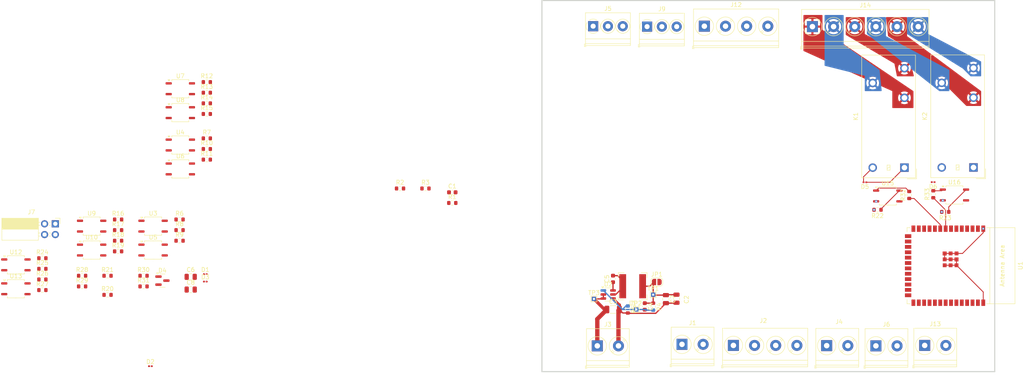
<source format=kicad_pcb>
(kicad_pcb (version 20241229) (generator "pcbnew") (generator_version "9.0")
  (layers (0 "F.Cu" signal) (4 "In1.Cu" power) (6 "In2.Cu" mixed) (2 "B.Cu" signal) (13 "F.Paste" user) (15 "B.Paste" user) (5 "F.SilkS" user "F.Silkscreen") (7 "B.SilkS" user "B.Silkscreen") (1 "F.Mask" user) (3 "B.Mask" user) (25 "Edge.Cuts" user))
  (net 0 "")
  (net 1 "GND")
  (net 2 "Net-(U1-EN)")
  (net 3 "Net-(U2-FB)")
  (net 4 "Net-(U2-BST)")
  (net 5 "/Board_ZorionX/PowerSuply/Vout")
  (net 6 "/Board_ZorionX/PowerSuply/SW")
  (net 7 "/Board_ZorionX/NPN_in_1")
  (net 8 "/Board_ZorionX/NPN_IN_2")
  (net 9 "/Board_ZorionX/A010_IN1")
  (net 10 "/Board_ZorionX/PowerSuply/30v")
  (net 11 "/A420_in1")
  (net 12 "VCC")
  (net 13 "/Board_ZorionX/D_IN1")
  (net 14 "/Board_ZorionX/D_IN_2")
  (net 15 "/Board_ZorionX/RS485-B")
  (net 16 "/Board_ZorionX/RS485-A")
  (net 17 "/Board_ZorionX/RUN{slash}Stop")
  (net 18 "/Board_ZorionX/AOUT_010_1")
  (net 19 "/AOUT_420_1")
  (net 20 "/Board_ZorionX/DOUT_PNP_1")
  (net 21 "Net-(R23-Pad1)")
  (net 22 "/Board_ZorionX/DOUT_PNP_2")
  (net 23 "Net-(R32-Pad2)")
  (net 24 "/Board_ZorionX/PNP_IN_2")
  (net 25 "/Board_ZorionX/PNP_in_1")
  (net 26 "/Board_ZorionX/RLY1_CD")
  (net 27 "/Board_ZorionX/RLY2_NCD")
  (net 28 "/Board_ZorionX/RLY1_NOD")
  (net 29 "/Board_ZorionX/RLY2_NOD")
  (net 30 "/Board_ZorionX/RLY2_CD")
  (net 31 "/Board_ZorionX/RLY1_NCD")
  (net 32 "+3.3V")
  (net 33 "RLY_EN_1")
  (net 34 "RLY_EN_2")
  (net 35 "Net-(R33-Pad2)")
  (net 36 "/Board_ZorionX/AIN_420")
  (net 38 "Net-(R24-Pad1)")
  (net 41 "/Board_ZorionX/Digitales_in/Out_digital_1")
  (net 43 "Net-(R26-Pad1)")
  (net 46 "/Board_ZorionX/Digitales_in/Out_digital_2")
  (net 47 "/Board_ZorionX/AOUT_420")
  (net 49 "Net-(R2-Pad1)")
  (net 51 "/Board_ZorionX/Driver_RS485/UART_OUT")
  (net 53 "Net-(R6-Pad2)")
  (net 54 "Net-(R8-Pad1)")
  (net 55 "Net-(U11-A)")
  (net 56 "Net-(U11-B)")
  (net 59 "Net-(R16-Pad1)")
  (net 60 "Net-(R17-Pad2)")
  (net 61 "Net-(R18-Pad1)")
  (net 62 "Net-(R19-Pad2)")
  (net 63 "/Board_ZorionX/0-10v_IN/OUT_input_0-10v")
  (net 65 "Net-(R12-Pad1)")
  (net 67 "/Board_ZorionX/Driver_RS485/UART_R_IN")
  (net 69 "Net-(R14-Pad1)")
  (net 70 "Net-(R9-Pad2)")
  (net 71 "Net-(R3-Pad1)")
  (net 73 "/Board_ZorionX/INPUt_PNP/Out_Input_NPN1")
  (net 74 "Net-(R10-Pad1)")
  (net 75 "/Board_ZorionX/INPUt_PNP/Out_Input_PNP2")
  (net 76 "Net-(R22-Pad1)")
  (net 78 "/Board_ZorionX/Output_PNP/IN_output_PNP1")
  (net 82 "/Board_ZorionX/INPUt_PNP/IN_Input_NPN1")
  (net 85 "/Board_ZorionX/Output_PNP/IN_output_PNP2")
  (net 88 "/Board_ZorionX/OUTPUT_NPN/IN_output_NPN1")
  (net 90 "/Board_ZorionX/OUTPUT_NPN/IN_otuput_PNP2")
  (net 94 "/Board_ZorionX/USB_-")
  (net 95 "/Board_ZorionX/OUT_0-10v/SDA_0-10v_out")
  (net 96 "/Board_ZorionX/USB_+")
  (net 97 "/Board_ZorionX/Out_Input_PNP1")
  (net 98 "/Board_ZorionX/OUT_0-10v/SLK_0-10v_out")
  (net 101 "Net-(U14-V5V)")
  (net 102 "Net-(D5-A)")
  (net 103 "Net-(D6-A)")
  (footprint "Resistor_SMD:R_0603_1608Metric" (layer "F.Cu") (at -38.343 102.1508)
    (property "Reference" "R7")
    (property "Value" "R_US")
  )
  (footprint "Package_SO:SOP-4_3.8x4.1mm_P2.54mm" (layer "F.Cu") (at -44.603 96.0708)
    (property "Reference" "U8")
    (property "Value" "TLP3542")
  )
  (footprint "Resistor_SMD:R_0603_1608Metric" (layer "F.Cu") (at 120.1545 119.0283 180)
    (property "Reference" "R22")
    (property "Value" "R_US")
  )
  (footprint "Resistor_SMD:R_0603_1608Metric" (layer "F.Cu") (at -38.343 93.8708)
    (property "Reference" "R14")
    (property "Value" "R_US")
  )
  (footprint "TerminalBlock_Phoenix:TerminalBlock_Phoenix_PT-1,5-2-5.0-H_1x02_P5.00mm_Horizontal" (layer "F.Cu") (at 119.7696 151.1808)
    (property "Reference" "J6")
    (property "Value" "Screw_Terminal_01x02")
  )
  (footprint "TerminalBlock_Phoenix:TerminalBlock_Phoenix_PT-1,5-2-5.0-H_1x02_P5.00mm_Horizontal" (layer "F.Cu") (at 53.9328 151.1808)
    (property "Reference" "J3")
    (property "Value" "Screw_Terminal_01x02")
  )
  (footprint "Resistor_SMD:R_0603_1608Metric" (layer "F.Cu") (at -38.343 91.3608)
    (property "Reference" "R13")
    (property "Value" "R_US")
  )
  (footprint "TerminalBlock_Phoenix:TerminalBlock_Phoenix_PT-1,5-2-5.0-H_1x02_P5.00mm_Horizontal" (layer "F.Cu") (at 131.3012 151.0792)
    (property "Reference" "J13")
    (property "Value" "Screw_Terminal_01x02")
  )
  (footprint "Package_SO:SOP-4_3.8x4.1mm_P2.54mm" (layer "F.Cu") (at -51.043 128.5408)
    (property "Reference" "U5")
    (property "Value" "TLP3542")
  )
  (footprint "Package_SO:SOP-4_3.8x4.1mm_P2.54mm" (layer "F.Cu") (at -65.563 122.8908)
    (property "Reference" "U9")
    (property "Value" "TLP3542")
  )
  (footprint "Package_TO_SOT_SMD:TSOT-23-6" (layer "F.Cu") (at 56.5045 139.0408)
    (property "Reference" "U2")
    (property "Value" "AP63203WU")
  )
  (footprint "TerminalBlock_Phoenix:TerminalBlock_Phoenix_PT-1,5-2-5.0-H_1x02_P5.00mm_Horizontal" (layer "F.Cu") (at 108.1364 151.13)
    (property "Reference" "J4")
    (property "Value" "Screw_Terminal_01x02")
  )
  (footprint "TerminalBlock_Phoenix:TerminalBlock_Phoenix_PT-1,5-3-3.5-H_1x03_P3.50mm_Horizontal" (layer "F.Cu") (at 52.9488 75.6412)
    (property "Reference" "J5")
    (property "Value" "Screw_Terminal_01x03")
  )
  (footprint "Capacitor_SMD:C_0805_2012Metric" (layer "F.Cu") (at -42.153 137.8808)
    (property "Reference" "C8")
    (property "Value" "1uf")
  )
  (footprint "Resistor_SMD:R_0603_1608Metric" (layer "F.Cu") (at -59.303 123.8308)
    (property "Reference" "R17")
    (property "Value" "R_US")
  )
  (footprint "Capacitor_SMD:C_0603_1608Metric" (layer "F.Cu") (at 19.6646 114.8996)
    (property "Reference" "C1")
    (property "Value" "1uf")
  )
  (footprint "Capacitor_SMD:C_0603_1608Metric" (layer "F.Cu") (at 57.642 135.3658 90)
    (property "Reference" "C5")
    (property "Value" "100nf")
  )
  (footprint "Resistor_SMD:R_0603_1608Metric" (layer "F.Cu") (at 127.642 115.5283 90)
    (property "Reference" "R32")
    (property "Value" "R_US")
  )
  (footprint "Resistor_SMD:R_0603_1608Metric" (layer "F.Cu") (at 19.6646 117.4096)
    (property "Reference" "R1")
    (property "Value" "R_US")
  )
  (footprint "Inductor_SMD:L_0201_0603Metric" (layer "F.Cu") (at -38.703 134.2408)
    (property "Reference" "D1")
    (property "Value" "D_Zener")
  )
  (footprint "Package_SO:SOP-4_3.8x4.1mm_P2.54mm" (layer "F.Cu") (at 122.5795 115.7583)
    (property "Reference" "U15")
    (property "Value" "TLP3542")
  )
  (footprint "Inductor_SMD:L_0201_0603Metric" (layer "F.Cu") (at -38.703 135.9908)
    (property "Reference" "D3")
    (property "Value" "D")
  )
  (footprint "Resistor_SMD:R_0603_1608Metric" (layer "F.Cu") (at -44.783 126.3408)
    (property "Reference" "R9")
    (property "Value" "R_US")
  )
  (footprint "Resistor_SMD:R_0603_1608Metric" (layer "F.Cu") (at -61.803 139.1308)
    (property "Reference" "R20")
    (property "Value" "R_US")
  )
  (footprint "Jumper:SolderJumper-2_P1.3mm_Open_RoundedPad1.0x1.5mm" (layer "F.Cu") (at 67.992 136.0908)
    (property "Reference" "JP1")
    (property "Value" "SolderJumper_2_Open")
  )
  (footprint "Connector_PinSocket_2.54mm:PinSocket_2x02_P2.54mm_Horizontal" (layer "F.Cu") (at -74.143 122.3408)
    (property "Reference" "J7")
    (property "Value" "USB_ext")
  )
  (footprint "TestPoint:TestPoint_THTPad_1.0x1.0mm_Drill0.5mm" (layer "F.Cu") (at 63.142 142.5908)
    (property "Reference" "TP2")
    (property "Value" "TestPoint")
  )
  (footprint "Resistor_SMD:R_0603_1608Metric" (layer "F.Cu") (at -53.293 134.6208)
    (property "Reference" "R30")
    (property "Value" "R_US")
  )
  (footprint "Resistor_SMD:R_0603_1608Metric" (layer "F.Cu") (at -59.303 126.3408)
    (property "Reference" "R18")
    (property "Value" "R_US")
  )
  (footprint "Inductor_SMD:L_0201_0603Metric" (layer "F.Cu") (at 117.1745 112.5283 180)
    (property "Reference" "D5")
    (property "Value" "D")
  )
  (footprint "Capacitor_SMD:C_0805_2012Metric" (layer "F.Cu") (at -42.153 134.8708)
    (property "Reference" "C6")
    (property "Value" "0.1uf")
  )
  (footprint "Package_SO:SOP-4_3.8x4.1mm_P2.54mm" (layer "F.Cu") (at -83.463 137.6908)
    (property "Reference" "U13")
    (property "Value" "TLP3542")
  )
  (footprint "Package_SO:SOP-4_3.8x4.1mm_P2.54mm" (layer "F.Cu") (at -44.603 109.3708)
    (property "Reference" "U6")
    (property "Value" "TLP3542")
  )
  (footprint "Resistor_SMD:R_0603_1608Metric" (layer "F.Cu") (at -61.803 134.6208)
    (property "Reference" "R21")
    (property "Value" "R_US")
  )
  (footprint "Resistor_SMD:R_0603_1608Metric" (layer "F.Cu") (at -38.343 88.8508)
    (property "Reference" "R12")
    (property "Value" "R_US")
  )
  (footprint "Resistor_SMD:R_0603_1608Metric" (layer "F.Cu") (at -77.203 138.0008)
    (property "Reference" "R27")
    (property "Value" "R_US")
  )
  (footprint "Resistor_SMD:R_0603_1608Metric" (layer "F.Cu") (at -77.203 132.9808)
    (property "Reference" "R25")
    (property "Value" "R_US")
  )
  (footprint "Inductor_SMD:L_0201_0603Metric" (layer "F.Cu") (at 133.297 112.4908 180)
    (property "Reference" "D6")
    (property "Value" "D")
  )
  (footprint "Resistor_SMD:R_0603_1608Metric" (layer "F.Cu") (at -77.203 135.4908)
    (property "Reference" "R26")
    (property "Value" "R_US")
  )
  (footprint "Package_SO:SOP-4_3.8x4.1mm_P2.54mm" (layer "F.Cu") (at -44.603 103.7208)
    (property "Reference" "U4")
    (property "Value" "TLP3542")
  )
  (footprint "Resistor_SMD:R_0603_1608Metric" (layer "F.Cu") (at 7.317 113.9908)
    (property "Reference" "R2")
    (property "Value" "R_US")
  )
  (footprint "Resistor_SMD:R_0603_1608Metric" (layer "F.Cu") (at 13.327 113.9908)
    (property "Reference" "R3")
    (property "Value" "R_US")
  )
  (footprint "Resistor_SMD:R_0603_1608Metric" (layer "F.Cu") (at -38.343 96.3808)
    (property "Reference" "R15")
    (property "Value" "R_US")
  )
  (footprint "Resistor_SMD:R_0603_1608Metric" (layer "F.Cu") (at -59.303 128.8508)
    (property "Reference" "R19")
    (property "Value" "R_US")
  )
  (footprint "Package_SO:SOP-4_3.8x4.1mm_P2.54mm" (layer "F.Cu") (at -83.463 132.0408)
    (property "Reference" "U12")
    (property "Value" "TLP3542")
  )
  (footprint "Package_SO:SOP-4_3.8x4.1mm_P2.54mm" (layer "F.Cu") (at 138.3295 115.5283)
    (property "Reference" "U16")
    (property "Value" "TLP3542")
  )
  (footprint "Capacitor_SMD:C_0603_1608Metric" (layer "F.Cu") (at 65.142 141.8658 -90)
    (property "Reference" "C4")
    (property "Value" "100nf")
  )
  (footprint "Resistor_SMD:R_0603_1608Metric" (layer "F.Cu") (at -38.343 107.1708)
    (property "Reference" "R11")
    (property "Value" "R_US")
  )
  (footprint "Inductor_SMD:L_Bourns-SRN6028" (layer "F.Cu") (at 62.292 137.0908)
    (property "Reference" "L1")
    (property "Value" "L_Iron")
  )
  (footprint "Package_TO_SOT_SMD:SOT-23" (layer "F.Cu") (at -48.833 135.7658)
    (property "Reference" "D4")
    (property "Value" "SM712_SOT23")
  )
  (footprint "Resistor_SMD:R_0603_1608Metric" (layer "F.Cu") (at 133.3295 115.3533 90)
    (property "Reference" "R33")
    (property "Value" "R_US")
  )
  (footprint "TerminalBlock_Phoenix:TerminalBlock_Phoenix_PT-1,5-3-3.5-H_1x03_P3.50mm_Horizontal" (layer "F.Cu") (at 65.6944 75.7428)
    (property "Reference" "J9")
    (property "Value" "Screw_Terminal_01x03")
  )
  (footprint "Capacitor_SMD:C_0805_2012Metric" (layer "F.Cu") (at 70.142 140.1408 -90)
    (property "Reference" "C7")
    (property "Value" "22uf")
  )
  (footprint "TerminalBlock_Phoenix:TerminalBlock_Phoenix_PT-1,5-4-5.0-H_1x04_P5.00mm_Horizontal" (layer "F.Cu") (at 79.2312 75.6412)
    (property "Reference" "J12")
    (property "Value" "Screw_Terminal_01x04")
  )
  (footprint "TerminalBlock_Phoenix:TerminalBlock_Phoenix_PT-1,5-4-5.0-H_1x04_P5.00mm_Horizontal" (layer "F.Cu") (at 86.0968 151.0792)
    (property "Reference" "J2")
    (property "Value" "Screw_Terminal_01x04")
  )
  (footprint "TerminalBlock_Phoenix:TerminalBlock_Phoenix_PT-1,5-2-5.0-H_1x02_P5.00mm_Horizontal" (layer "F.Cu") (at 73.948 150.8252)
    (property "Reference" "J1")
    (property "Value" "Screw_Terminal_01x02")
  )
  (footprint "Resistor_SMD:R_0603_1608Metric" (layer "F.Cu") (at -53.293 137.1308)
    (property "Reference" "R31")
    (property "Value" "R_US")
  )
  (footprint "Relay_THT:Relay_SPDT_Omron_G2RL-1" (layer "F.Cu") (at 126.517 109.0658 180)
    (property "Reference" "K1")
    (property "Value" "G2RL-1")
  )
  (footprint "Resistor_SMD:R_0603_1608Metric" (layer "F.Cu") (at -67.813 134.6208)
    (property "Reference" "R28")
    (property "Value" "R_US")
  )
  (footprint "Resistor_SMD:R_0603_1608Metric" (layer "F.Cu") (at -59.303 121.3208)
    (property "Reference" "R16")
    (property "Value" "R_US")
  )
  (footprint "TestPoint:TestPoint_THTPad_1.0x1.0mm_Drill0.5mm" (layer "F.Cu") (at 53.142 140.0908)
    (property "Reference" "TP3")
    (property "Value" "TestPoint")
  )
  (footprint "Resistor_SMD:R_0603_1608Metric" (layer "F.Cu") (at -44.783 121.3208)
    (property "Reference" "R6")
    (property "Value" "R_US")
  )
  (footprint "Resistor_SMD:R_0603_1608Metric" (layer "F.Cu") (at -77.203 130.4708)
    (property "Reference" "R24")
    (property "Value" "R_US")
  )
  (footprint "Resistor_SMD:R_0603_1608Metric" (layer "F.Cu") (at -67.813 137.1308)
    (property "Reference" "R29")
    (property "Value" "R_US")
  )
  (footprint "Relay_THT:Relay_SPDT_Omron_G2RL-1" (layer "F.Cu") (at 142.8295 109.0283 180)
    (property "Reference" "K2")
    (property "Value" "G2RL-1")
  )
  (footprint "Capacitor_SMD:C_0805_2012Metric" (layer "F.Cu") (at 72.642 140.0408 -90)
    (property "Reference" "C2")
    (property "Value" "22uf")
  )
  (footprint "Inductor_SMD:L_0201_0603Metric" (layer "F.Cu") (at -51.678 155.9908)
    (property "Reference" "D2")
    (property "Value" "D")
  )
  (footprint "Resistor_SMD:R_0603_1608Metric" (layer "F.Cu") (at 61.142 142.5908 -90)
    (property "Reference" "R5")
    (property "Value" "R_US")
  )
  (footprint "Resistor_SMD:R_0603_1608Metric" (layer "F.Cu") (at 136.1545 119.5283 180)
    (property "Reference" "R23")
    (property "Value" "R_US")
  )
  (footprint "PCM_Espressif:ESP32-S3-WROOM-1" (layer "F.Cu") (at 136.882 132.2408 -90)
    (property "Reference" "U1")
    (property "Value" "ESP32-S3-WROOM-1")
  )
  (footprint "Resistor_SMD:R_0603_1608Metric" (layer "F.Cu") (at -44.783 123.8308)
    (property "Reference" "R8")
    (property "Value" "R_US")
  )
  (footprint "TestPoint:TestPoint_THTPad_1.0x1.0mm_Drill0.5mm" (layer "F.Cu") (at 67.142 139.0908)
    (property "Reference" "TP1")
    (property "Value" "TestPoint")
  )
  (footprint "Capacitor_SMD:C_1206_3216Metric" (layer "F.Cu") (at 57.667 142.5908)
    (property "Reference" "C3")
    (property "Value" "10mf")
  )
  (footprint "Resistor_SMD:R_0603_1608Metric" (layer "F.Cu") (at -38.343 104.6608)
    (property "Reference" "R10")
    (property "Value" "R_US")
  )
  (footprint "Package_SO:SOP-4_3.8x4.1mm_P2.54mm" (layer "F.Cu") (at -51.043 122.8908)
    (property "Reference" "U3")
    (property "Value" "TLP3542")
  )
  (footprint "TerminalBlock_Phoenix:TerminalBlock_Phoenix_PT-1,5-6-5.0-H_1x06_P5.00mm_Horizontal" (layer "F.Cu") (at 104.7696 75.7428)
    (property "Reference" "J14")
    (property "Value" "Screw_Terminal_01x06")
  )
  (footprint "Resistor_SMD:R_0603_1608Metric" (layer "F.Cu") (at 67.142 141.9158 -90)
    (property "Reference" "R4")
    (property "Value" "R_US")
  )
  (footprint "Package_SO:SOP-4_3.8x4.1mm_P2.54mm" (layer "F.Cu") (at -44.603 90.4208)
    (property "Reference" "U7")
    (property "Value" "TLP3542")
  )
  (footprint "Package_SO:SOP-4_3.8x4.1mm_P2.54mm" (layer "F.Cu") (at -65.563 128.5408)
    (property "Reference" "U10")
    (property "Value" "TLP3542")
  )
  (gr_line (start 40.848 69.5768) (end 40.848 157.2768) (stroke (width 0.25)) (layer "Edge.Cuts"))
  (gr_line (start 147.848 69.5768) (end 40.848 69.5768) (stroke (width 0.25)) (layer "Edge.Cuts"))
  (gr_line (start 147.848 157.2768) (end 147.848 69.5768) (stroke (width 0.25)) (layer "Edge.Cuts"))
  (gr_line (start 40.848 157.2768) (end 147.848 157.2768) (stroke (width 0.25)) (layer "Edge.Cuts"))
  (segment (start 136.022 129.3408) (end 136.022 130.7408) (width 0.2) (layer "F.Cu") (net 1))
  (segment (start 138.822 132.1408) (end 145.142 138.4608) (width 0.2) (layer "F.Cu") (net 1))
  (segment (start 70.142 141.0908) (end 72.542 141.0908) (width 0.3048) (layer "F.Cu") (net 1))
  (segment (start 140.242 129.3408) (end 145.142 124.4408) (width 0.2) (layer "F.Cu") (net 1))
  (segment (start 59.967 143.4158) (end 59.142 142.5908) (width 0.3048) (layer "F.Cu") (net 1))
  (segment (start 145.142 138.4608) (end 145.142 140.9908) (width 0.2) (layer "F.Cu") (net 1))
  (segment (start 138.822 129.3408) (end 137.422 129.3408) (width 0.2) (layer "F.Cu") (net 1))
  (segment (start 72.542 141.0908) (end 72.642 140.9908) (width 0.3048) (layer "F.Cu") (net 1))
  (segment (start 59.142 141.4908) (end 57.642 139.9908) (width 0.6096) (layer "F.Cu") (net 1))
  (segment (start 137.422 130.7408) (end 138.822 130.7408) (width 0.2) (layer "F.Cu") (net 1))
  (segment (start 58.9328 142.8) (end 59.142 142.5908) (width 1.016) (layer "F.Cu") (net 1))
  (segment (start 137.422 132.1408) (end 136.022 132.1408) (width 0.2) (layer "F.Cu") (net 1))
  (segment (start 58.9328 151.1808) (end 58.9328 142.8) (width 1.016) (layer "F.Cu") (net 1))
  (segment (start 61.142 143.4158) (end 61.2204 143.4942) (width 0.3048) (layer "F.Cu") (net 1))
  (segment (start 67.7386 143.4942) (end 70.142 141.0908) (width 0.3048) (layer "F.Cu") (net 1))
  (segment (start 138.822 129.3408) (end 140.242 129.3408) (width 0.2) (layer "F.Cu") (net 1))
  (segment (start 145.142 124.4408) (end 145.142 123.4908) (width 0.2) (layer "F.Cu") (net 1))
  (segment (start 138.822 132.1408) (end 137.422 132.1408) (width 0.2) (layer "F.Cu") (net 1))
  (segment (start 61.142 143.4158) (end 59.967 143.4158) (width 0.3048) (layer "F.Cu") (net 1))
  (segment (start 61.2204 143.4942) (end 67.7386 143.4942) (width 0.3048) (layer "F.Cu") (net 1))
  (segment (start 138.822 130.7408) (end 138.822 132.1408) (width 0.2) (layer "F.Cu") (net 1))
  (segment (start 136.022 129.3408) (end 137.422 129.3408) (width 0.2) (layer "F.Cu") (net 1))
  (segment (start 59.142 142.5908) (end 59.142 141.4908) (width 0.762) (layer "F.Cu") (net 1))
  (segment (start 136.022 130.7408) (end 137.422 130.7408) (width 0.2) (layer "F.Cu") (net 1))
  (via (at 119.3295 119.0283) (size 0.6) (drill 0.3) (layers "F.Cu" "B.Cu") (net 1))
  (via (at 145.142 123.4908) (size 0.6) (drill 0.3) (layers "F.Cu" "B.Cu") (net 1))
  (via (at 135.5795 116.7983) (size 0.6) (drill 0.3) (layers "F.Cu" "B.Cu") (net 1))
  (via (at 119.8295 117.0283) (size 0.6) (drill 0.3) (layers "F.Cu" "B.Cu") (net 1))
  (via (at 135.3295 119.5283) (size 0.6) (drill 0.3) (layers "F.Cu" "B.Cu") (net 1))
  (segment (start 63.142 142.5908) (end 59.867 142.5908) (width 0.3048) (layer "B.Cu") (net 3))
  (segment (start 65.392 142.7408) (end 67.142 142.7408) (width 0.3048) (layer "B.Cu") (net 3))
  (segment (start 61.142 141.7658) (end 60.692 141.7658) (width 0.3048) (layer "B.Cu") (net 3))
  (segment (start 65.542 142.5908) (end 65.392 142.7408) (width 0.3048) (layer "B.Cu") (net 3))
  (segment (start 63.142 142.5908) (end 65.542 142.5908) (width 0.3048) (layer "B.Cu") (net 3))
  (segment (start 59.867 142.5908) (end 55.367 138.0908) (width 0.3048) (layer "B.Cu") (net 3))
  (segment (start 60.692 141.7658) (end 59.867 142.5908) (width 0.3048) (layer "B.Cu") (net 3))
  (segment (start 57.642 138.0908) (end 57.642 136.1408) (width 0.3048) (layer "F.Cu") (net 4))
  (segment (start 67.142 139.0908) (end 67.142 136.2908) (width 0.3048) (layer "F.Cu") (net 5))
  (segment (start 65.142 141.0908) (end 67.142 141.0908) (width 0.3048) (layer "F.Cu") (net 5))
  (segment (start 70.242 139.0908) (end 70.142 139.1908) (width 0.3048) (layer "F.Cu") (net 5))
  (segment (start 70.142 139.1908) (end 67.242 139.1908) (width 0.3048) (layer "F.Cu") (net 5))
  (segment (start 66.342 137.0908) (end 67.342 136.0908) (width 0.3048) (layer "F.Cu") (net 5))
  (segment (start 67.242 139.1908) (end 67.142 139.0908) (width 0.3048) (layer "F.Cu") (net 5))
  (segment (start 67.142 141.0908) (end 67.142 139.0908) (width 0.3048) (layer "F.Cu") (net 5))
  (segment (start 64.642 137.0908) (end 66.342 137.0908) (width 0.3048) (layer "F.Cu") (net 5))
  (segment (start 67.142 136.2908) (end 67.342 136.0908) (width 0.3048) (layer "F.Cu") (net 5))
  (segment (start 72.642 139.0908) (end 70.242 139.0908) (width 0.3048) (layer "F.Cu") (net 5))
  (segment (start 59.942 137.403299) (end 59.942 137.0908) (width 0.3048) (layer "F.Cu") (net 6))
  (segment (start 59.942 135.7908) (end 59.942 137.0908) (width 0.3048) (layer "F.Cu") (net 6))
  (segment (start 57.642 134.5908) (end 58.742 134.5908) (width 0.3048) (layer "F.Cu") (net 6))
  (segment (start 58.742 134.5908) (end 59.942 135.7908) (width 0.3048) (layer "F.Cu") (net 6))
  (segment (start 58.304499 139.0408) (end 59.942 137.403299) (width 0.3048) (layer "F.Cu") (net 6))
  (segment (start 57.642 139.0408) (end 58.304499 139.0408) (width 0.3048) (layer "F.Cu") (net 6))
  (segment (start 53.9328 144.85) (end 56.192 142.5908) (width 1.016) (layer "F.Cu") (net 12))
  (segment (start 55.367 139.9908) (end 55.367 139.0408) (width 0.3048) (layer "F.Cu") (net 12))
  (segment (start 117.4945 112.5283) (end 123.0545 112.5283) (width 0.2) (layer "F.Cu") (net 12))
  (segment (start 53.142 140.0908) (end 55.267 140.0908) (width 0.3048) (layer "F.Cu") (net 12))
  (segment (start 123.0545 112.5283) (end 126.517 109.0658) (width 0.2) (layer "F.Cu") (net 12))
  (segment (start 55.267 140.0908) (end 55.367 139.9908) (width 0.3048) (layer "F.Cu") (net 12))
  (segment (start 53.9328 151.1808) (end 53.9328 144.85) (width 1.016) (layer "F.Cu") (net 12))
  (segment (start 56.192 142.5908) (end 55.642 142.5908) (width 0.762) (layer "F.Cu") (net 12))
  (segment (start 55.642 142.5908) (end 53.142 140.0908) (width 0.762) (layer "F.Cu") (net 12))
  (segment (start 136.9795 118.3583) (end 141.0795 114.2583) (width 0.2) (layer "F.Cu") (net 21))
  (segment (start 136.9795 119.5283) (end 136.9795 118.3583) (width 0.2) (layer "F.Cu") (net 21))
  (segment (start 127.642 114.7033) (end 126.851 113.9123) (width 0.2) (layer "F.Cu") (net 23))
  (segment (start 126.851 113.9123) (end 120.4055 113.9123) (width 0.2) (layer "F.Cu") (net 23))
  (segment (start 120.4055 113.9123) (end 119.8295 114.4883) (width 0.2) (layer "F.Cu") (net 23))
  (segment (start 133.3295 116.1783) (end 132.9795 116.1783) (width 0.2) (layer "F.Cu") (net 33))
  (segment (start 133.3295 116.1783) (end 136.252 119.1008) (width 0.2) (layer "F.Cu") (net 33))
  (segment (start 136.252 119.1008) (end 136.252 123.4908) (width 0.2) (layer "F.Cu") (net 33))
  (segment (start 134.982 122.5408) (end 134.982 123.4908) (width 0.2) (layer "F.Cu") (net 34))
  (segment (start 127.642 116.3533) (end 128.7945 116.3533) (width 0.2) (layer "F.Cu") (net 34))
  (segment (start 128.7945 116.3533) (end 134.982 122.5408) (width 0.2) (layer "F.Cu") (net 34))
  (segment (start 135.3095 114.5283) (end 135.5795 114.2583) (width 0.2) (layer "F.Cu") (net 35))
  (segment (start 133.3295 114.5283) (end 135.3095 114.5283) (width 0.2) (layer "F.Cu") (net 35))
  (segment (start 125.3295 114.4883) (end 120.9795 118.8383) (width 0.2) (layer "F.Cu") (net 76))
  (segment (start 120.9795 118.8383) (end 120.9795 119.0283) (width 0.2) (layer "F.Cu") (net 76))
  (segment (start 116.8545 112.5283) (end 116.8545 111.2283) (width 0.2) (layer "F.Cu") (net 102))
  (segment (start 116.8545 111.2283) (end 119.017 109.0658) (width 0.2) (layer "F.Cu") (net 102))
  (zone (net 28) (net_name "/Board_ZorionX/RLY1_NOD") (layer "F.Cu") (priority 1) (connect_pads (clearance 0.5)) (min_thickness 0.25) (fill yes (thermal_gap 0.5) (thermal_bridge_width 0.5))
    (polygon (pts (xy 124.142 84.4908) (xy 124.742 87.4908) (xy 128.767 87.4908) (xy 127.642 82.9908) (xy 117.142 77.4908) (xy 117.142 73.4908) (xy 112.642 73.4908) (xy 112.642 77.695346)))
  )
  (zone (net 27) (net_name "/Board_ZorionX/RLY2_NCD") (layer "F.Cu") (priority 4) (connect_pads (clearance 0.5)) (min_thickness 0.25) (fill yes (thermal_gap 0.5) (thermal_bridge_width 0.5))
    (polygon (pts (xy 141.142 94.4908) (xy 144.642 94.4908) (xy 144.642 90.9908) (xy 127.142 77.9908) (xy 127.142 73.4908) (xy 122.142 73.4908) (xy 122.642 77.9908) (xy 128.142 81.4908)))
  )
  (zone (net 31) (net_name "/Board_ZorionX/RLY1_NCD") (layer "F.Cu") (priority 2) (connect_pads (clearance 0.5)) (min_thickness 0.25) (fill yes (thermal_gap 0.5) (thermal_bridge_width 0.5))
    (polygon (pts (xy 123.642 90.9908) (xy 123.642 94.9908) (xy 128.642 94.9908) (xy 128.642 90.9908) (xy 107.142 76.4908) (xy 107.142 72.9908) (xy 102.642 72.9908) (xy 102.642 81.4908)))
  )
  (zone (net 29) (net_name "/Board_ZorionX/RLY2_NOD") (layer "B.Cu") (priority 5) (connect_pads (clearance 0.5)) (min_thickness 0.25) (fill yes (thermal_gap 0.5) (thermal_bridge_width 0.5))
    (polygon (pts (xy 140.323818 85.672618) (xy 142.142 87.4908) (xy 144.642 87.4908) (xy 144.642 83.9908) (xy 132.142 77.4908) (xy 132.142 73.4908) (xy 127.142 73.4908) (xy 127.142 77.4908)))
  )
  (zone (net 26) (net_name "/Board_ZorionX/RLY1_CD") (layer "B.Cu") (connect_pads (clearance 0.5)) (min_thickness 0.25) (fill yes (thermal_gap 0.5) (thermal_bridge_width 0.5))
    (polygon (pts (xy 117.142 87.3658) (xy 117.142 90.9908) (xy 121.142 90.9908) (xy 120.642 85.9908) (xy 112.142 79.9908) (xy 112.142 72.9908) (xy 107.642 72.9908) (xy 107.642 84.9908)))
  )
  (zone (net 30) (net_name "/Board_ZorionX/RLY2_CD") (layer "B.Cu") (priority 3) (connect_pads (clearance 0.5)) (min_thickness 0.25) (fill yes (thermal_gap 0.5) (thermal_bridge_width 0.5))
    (polygon (pts (xy 134.776616 90.9908) (xy 137.142 90.9908) (xy 137.142 85.9908) (xy 122.142 77.9908) (xy 122.142 73.4908) (xy 117.642 73.4908) (xy 117.642 77.4908)))
  )
)
</source>
